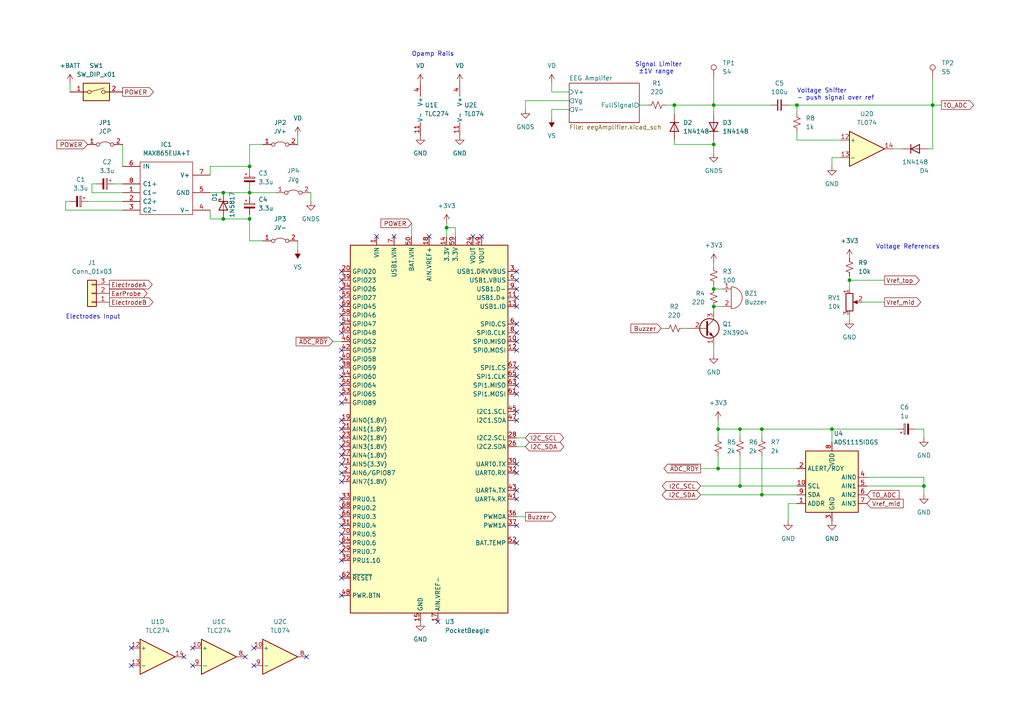
<source format=kicad_sch>
(kicad_sch (version 20211123) (generator eeschema)
  (paper "A4")
  (title_block (title "TrailNapAlarm") (date "2022-06-07") (rev "2"))
  (lib_symbols
    (symbol "Amplifier_Operational:TL074" (pin_names (offset 0.127))
      (property "Reference" "U" (at 0 5.08 0))
      (property "Value" "TL074" (at 0 -5.08 0))
      (symbol "TL074_1_1"
        (polyline (pts (xy -5.08 5.08) (xy 5.08 0) (xy -5.08 -5.08) (xy -5.08 5.08)) (stroke (width 0.254)) (fill (type background)))
        (pin output line (at 7.62 0 180) (length 2.54) (name "~") (number "1"))
        (pin input line (at -7.62 -2.54 0) (length 2.54) (name "-") (number "2"))
        (pin input line (at -7.62 2.54 0) (length 2.54) (name "+") (number "3"))
      )
      (symbol "TL074_2_1"
        (polyline (pts (xy -5.08 5.08) (xy 5.08 0) (xy -5.08 -5.08) (xy -5.08 5.08)) (stroke (width 0.254)) (fill (type background)))
        (pin input line (at -7.62 2.54 0) (length 2.54) (name "+") (number "5"))
        (pin input line (at -7.62 -2.54 0) (length 2.54) (name "-") (number "6"))
        (pin output line (at 7.62 0 180) (length 2.54) (name "~") (number "7"))
      )
      (symbol "TL074_3_1"
        (polyline (pts (xy -5.08 5.08) (xy 5.08 0) (xy -5.08 -5.08) (xy -5.08 5.08)) (stroke (width 0.254)) (fill (type background)))
        (pin input line (at -7.62 2.54 0) (length 2.54) (name "+") (number "10"))
        (pin output line (at 7.62 0 180) (length 2.54) (name "~") (number "8"))
        (pin input line (at -7.62 -2.54 0) (length 2.54) (name "-") (number "9"))
      )
      (symbol "TL074_4_1"
        (polyline (pts (xy -5.08 5.08) (xy 5.08 0) (xy -5.08 -5.08) (xy -5.08 5.08)) (stroke (width 0.254)) (fill (type background)))
        (pin input line (at -7.62 2.54 0) (length 2.54) (name "+") (number "12"))
        (pin input line (at -7.62 -2.54 0) (length 2.54) (name "-") (number "13"))
        (pin output line (at 7.62 0 180) (length 2.54) (name "~") (number "14"))
      )
      (symbol "TL074_5_1"
        (pin power_in line (at -2.54 -7.62 90) (length 3.81) (name "V-") (number "11"))
        (pin power_in line (at -2.54 7.62 270) (length 3.81) (name "V+") (number "4"))
      )
    )
    (symbol "Amplifier_Operational:TLC274" (pin_names (offset 0.127))
      (property "Reference" "U" (at 0 5.08 0))
      (property "Value" "TLC274" (at 0 -5.08 0))
      (symbol "TLC274_1_1"
        (polyline (pts (xy -5.08 5.08) (xy 5.08 0) (xy -5.08 -5.08) (xy -5.08 5.08)) (stroke (width 0.254)) (fill (type background)))
        (pin output line (at 7.62 0 180) (length 2.54) (name "~") (number "1"))
        (pin input line (at -7.62 -2.54 0) (length 2.54) (name "-") (number "2"))
        (pin input line (at -7.62 2.54 0) (length 2.54) (name "+") (number "3"))
      )
      (symbol "TLC274_2_1"
        (polyline (pts (xy -5.08 5.08) (xy 5.08 0) (xy -5.08 -5.08) (xy -5.08 5.08)) (stroke (width 0.254)) (fill (type background)))
        (pin input line (at -7.62 2.54 0) (length 2.54) (name "+") (number "5"))
        (pin input line (at -7.62 -2.54 0) (length 2.54) (name "-") (number "6"))
        (pin output line (at 7.62 0 180) (length 2.54) (name "~") (number "7"))
      )
      (symbol "TLC274_3_1"
        (polyline (pts (xy -5.08 5.08) (xy 5.08 0) (xy -5.08 -5.08) (xy -5.08 5.08)) (stroke (width 0.254)) (fill (type background)))
        (pin input line (at -7.62 2.54 0) (length 2.54) (name "+") (number "10"))
        (pin output line (at 7.62 0 180) (length 2.54) (name "~") (number "8"))
        (pin input line (at -7.62 -2.54 0) (length 2.54) (name "-") (number "9"))
      )
      (symbol "TLC274_4_1"
        (polyline (pts (xy -5.08 5.08) (xy 5.08 0) (xy -5.08 -5.08) (xy -5.08 5.08)) (stroke (width 0.254)) (fill (type background)))
        (pin input line (at -7.62 2.54 0) (length 2.54) (name "+") (number "12"))
        (pin input line (at -7.62 -2.54 0) (length 2.54) (name "-") (number "13"))
        (pin output line (at 7.62 0 180) (length 2.54) (name "~") (number "14"))
      )
      (symbol "TLC274_5_1"
        (pin power_in line (at -2.54 -7.62 90) (length 3.81) (name "V-") (number "11"))
        (pin power_in line (at -2.54 7.62 270) (length 3.81) (name "V+") (number "4"))
      )
    )
    (symbol "Analog_ADC:ADS1115IDGS"
      (property "Reference" "U" (at 2.54 13.97 0))
      (property "Value" "ADS1115IDGS" (at 7.62 11.43 0))
      (symbol "ADS1115IDGS_0_1"
        (rectangle (start -7.62 10.16) (end 7.62 -7.62) (stroke (width 0.254)) (fill (type background)))
      )
      (symbol "ADS1115IDGS_1_1"
        (pin input line (at 10.16 -5.08 180) (length 2.54) (name "ADDR") (number "1"))
        (pin input line (at 10.16 0 180) (length 2.54) (name "SCL") (number "10"))
        (pin output line (at 10.16 5.08 180) (length 2.54) (name "ALERT/RDY") (number "2"))
        (pin power_in line (at 0 -10.16 90) (length 2.54) (name "GND") (number "3"))
        (pin input line (at -10.16 2.54 0) (length 2.54) (name "AIN0") (number "4"))
        (pin input line (at -10.16 0 0) (length 2.54) (name "AIN1") (number "5"))
        (pin input line (at -10.16 -2.54 0) (length 2.54) (name "AIN2") (number "6"))
        (pin input line (at -10.16 -5.08 0) (length 2.54) (name "AIN3") (number "7"))
        (pin power_in line (at 0 12.7 270) (length 2.54) (name "VDD") (number "8"))
        (pin bidirectional line (at 10.16 -2.54 180) (length 2.54) (name "SDA") (number "9"))
      )
    )
    (symbol "Connector:TestPoint" (pin_numbers hide) (pin_names (offset 0.762) hide)
      (property "Reference" "TP" (at 0 6.858 0))
      (property "Value" "TestPoint" (at 0 5.08 0))
      (symbol "TestPoint_0_1"
        (circle (center 0 3.302) (radius 0.762))
      )
      (symbol "TestPoint_1_1"
        (pin passive line (at 0 0 90) (length 2.54) (name "1") (number "1"))
      )
    )
    (symbol "Connector_Generic:Conn_01x03" (pin_names (offset 1.016) hide)
      (property "Reference" "J" (at 0 5.08 0))
      (property "Value" "Conn_01x03" (at 0 -5.08 0))
      (symbol "Conn_01x03_1_1"
        (rectangle (start -1.27 -2.413) (end 0 -2.667) (stroke (width 0.1524)))
        (rectangle (start -1.27 0.127) (end 0 -0.127) (stroke (width 0.1524)))
        (rectangle (start -1.27 2.667) (end 0 2.413) (stroke (width 0.1524)))
        (rectangle (start -1.27 3.81) (end 1.27 -3.81) (stroke (width 0.254)) (fill (type background)))
        (pin passive line (at -5.08 2.54 0) (length 3.81) (name "Pin_1") (number "1"))
        (pin passive line (at -5.08 0 0) (length 3.81) (name "Pin_2") (number "2"))
        (pin passive line (at -5.08 -2.54 0) (length 3.81) (name "Pin_3") (number "3"))
      )
    )
    (symbol "Device:Buzzer" (pin_names (offset 0.0254) hide)
      (property "Reference" "BZ" (at 3.81 1.27 0))
      (property "Value" "Buzzer" (at 3.81 -1.27 0))
      (symbol "Buzzer_0_1"
        (arc (start 0 -3.175) (mid 3.175 0) (end 0 3.175))
        (polyline (pts (xy -1.651 1.905) (xy -1.143 1.905)))
        (polyline (pts (xy -1.397 2.159) (xy -1.397 1.651)))
        (polyline (pts (xy 0 3.175) (xy 0 -3.175)))
      )
      (symbol "Buzzer_1_1"
        (pin passive line (at -2.54 2.54 0) (length 2.54) (name "-") (number "1"))
        (pin passive line (at -2.54 -2.54 0) (length 2.54) (name "+") (number "2"))
      )
    )
    (symbol "Device:C_Polarized_Small" (pin_numbers hide) (pin_names (offset 0.254) hide)
      (property "Reference" "C" (at 0.254 1.778 0))
      (property "Value" "C_Polarized_Small" (at 0.254 -2.032 0))
      (symbol "C_Polarized_Small_0_1"
        (rectangle (start -1.524 -0.3048) (end 1.524 -0.6858) (fill (type outline)))
        (rectangle (start -1.524 0.6858) (end 1.524 0.3048))
        (polyline (pts (xy -1.27 1.524) (xy -0.762 1.524)))
        (polyline (pts (xy -1.016 1.27) (xy -1.016 1.778)))
      )
      (symbol "C_Polarized_Small_1_1"
        (pin passive line (at 0 2.54 270) (length 1.8542) (name "~") (number "1"))
        (pin passive line (at 0 -2.54 90) (length 1.8542) (name "~") (number "2"))
      )
    )
    (symbol "Device:C_Small" (pin_numbers hide) (pin_names (offset 0.254) hide)
      (property "Reference" "C" (at 0.254 1.778 0))
      (property "Value" "C_Small" (at 0.254 -2.032 0))
      (symbol "C_Small_0_1"
        (polyline (pts (xy -1.524 -0.508) (xy 1.524 -0.508)) (stroke (width 0.3302)))
        (polyline (pts (xy -1.524 0.508) (xy 1.524 0.508)) (stroke (width 0.3048)))
      )
      (symbol "C_Small_1_1"
        (pin passive line (at 0 2.54 270) (length 2.032) (name "~") (number "1"))
        (pin passive line (at 0 -2.54 90) (length 2.032) (name "~") (number "2"))
      )
    )
    (symbol "Device:R_Potentiometer" (pin_names (offset 1.016) hide)
      (property "Reference" "RV" (at -4.445 0 90))
      (property "Value" "R_Potentiometer" (at -2.54 0 90))
      (symbol "R_Potentiometer_0_1"
        (polyline (pts (xy 2.54 0) (xy 1.524 0)))
        (polyline (pts (xy 1.143 0) (xy 2.286 0.508) (xy 2.286 -0.508) (xy 1.143 0)) (fill (type outline)))
        (rectangle (start 1.016 2.54) (end -1.016 -2.54) (stroke (width 0.254)))
      )
      (symbol "R_Potentiometer_1_1"
        (pin passive line (at 0 3.81 270) (length 1.27) (name "1") (number "1"))
        (pin passive line (at 3.81 0 180) (length 1.27) (name "2") (number "2"))
        (pin passive line (at 0 -3.81 90) (length 1.27) (name "3") (number "3"))
      )
    )
    (symbol "Device:R_Small_US" (pin_numbers hide) (pin_names (offset 0.254) hide)
      (property "Reference" "R" (at 0.762 0.508 0))
      (property "Value" "R_Small_US" (at 0.762 -1.016 0))
      (symbol "R_Small_US_1_1"
        (polyline (pts (xy 0 0) (xy 1.016 -0.381) (xy 0 -0.762) (xy -1.016 -1.143) (xy 0 -1.524)))
        (polyline (pts (xy 0 1.524) (xy 1.016 1.143) (xy 0 0.762) (xy -1.016 0.381) (xy 0 0)))
        (pin passive line (at 0 2.54 270) (length 1.016) (name "~") (number "1"))
        (pin passive line (at 0 -2.54 90) (length 1.016) (name "~") (number "2"))
      )
    )
    (symbol "Diode:1N4148" (pin_numbers hide) (pin_names (offset 1.016) hide)
      (property "Reference" "D" (at 0 2.54 0))
      (property "Value" "1N4148" (at 0 -2.54 0))
      (symbol "1N4148_0_1"
        (polyline (pts (xy -1.27 1.27) (xy -1.27 -1.27)) (stroke (width 0.254)))
        (polyline (pts (xy 1.27 0) (xy -1.27 0)))
        (polyline (pts (xy 1.27 1.27) (xy 1.27 -1.27) (xy -1.27 0) (xy 1.27 1.27)) (stroke (width 0.254)))
      )
      (symbol "1N4148_1_1"
        (pin passive line (at -3.81 0 0) (length 2.54) (name "K") (number "1"))
        (pin passive line (at 3.81 0 180) (length 2.54) (name "A") (number "2"))
      )
    )
    (symbol "Diode:1N5817" (pin_numbers hide) (pin_names (offset 1.016) hide)
      (property "Reference" "D" (at 0 2.54 0))
      (property "Value" "1N5817" (at 0 -2.54 0))
      (symbol "1N5817_0_1"
        (polyline (pts (xy 1.27 0) (xy -1.27 0)))
        (polyline (pts (xy 1.27 1.27) (xy 1.27 -1.27) (xy -1.27 0) (xy 1.27 1.27)) (stroke (width 0.254)))
        (polyline (pts (xy -1.905 0.635) (xy -1.905 1.27) (xy -1.27 1.27) (xy -1.27 -1.27) (xy -0.635 -1.27) (xy -0.635 -0.635)) (stroke (width 0.254)))
      )
      (symbol "1N5817_1_1"
        (pin passive line (at -3.81 0 0) (length 2.54) (name "K") (number "1"))
        (pin passive line (at 3.81 0 180) (length 2.54) (name "A") (number "2"))
      )
    )
    (symbol "Jumper:Jumper_2_Bridged" (pin_names (offset 0) hide)
      (property "Reference" "JP" (at 0 1.905 0))
      (property "Value" "Jumper_2_Bridged" (at 0 -2.54 0))
      (symbol "Jumper_2_Bridged_0_0"
        (circle (center -2.032 0) (radius 0.508))
        (circle (center 2.032 0) (radius 0.508))
      )
      (symbol "Jumper_2_Bridged_0_1"
        (arc (start 1.524 0.254) (mid 0 0.762) (end -1.524 0.254))
      )
      (symbol "Jumper_2_Bridged_1_1"
        (pin passive line (at -5.08 0 0) (length 2.54) (name "A") (number "1"))
        (pin passive line (at 5.08 0 180) (length 2.54) (name "B") (number "2"))
      )
    )
    (symbol "MCU_Module:PocketBeagle"
      (property "Reference" "U" (at -22.86 -54.61 0))
      (property "Value" "PocketBeagle" (at 22.86 -54.61 0))
      (symbol "PocketBeagle_0_1"
        (rectangle (start -22.86 53.34) (end 22.86 -53.34) (stroke (width 0.254)) (fill (type background)))
      )
      (symbol "PocketBeagle_1_1"
        (pin power_in line (at -15.24 55.88 270) (length 2.54) (name "VIN") (number "1"))
        (pin bidirectional line (at 25.4 25.4 180) (length 2.54) (name "SPI0.MISO") (number "10"))
        (pin bidirectional line (at 25.4 38.1 180) (length 2.54) (name "USB1.D+") (number "11"))
        (pin bidirectional line (at 25.4 22.86 180) (length 2.54) (name "SPI0.MOSI") (number "12"))
        (pin input line (at 25.4 35.56 180) (length 2.54) (name "USB1.ID") (number "13"))
        (pin power_out line (at 5.08 55.88 270) (length 2.54) (name "3.3V") (number "14"))
        (pin power_in line (at -2.54 -55.88 90) (length 2.54) (name "GND") (number "15"))
        (pin passive line (at -2.54 -55.88 90) (length 2.54) hide (name "GND") (number "16"))
        (pin power_in line (at 2.54 -55.88 90) (length 2.54) (name "AIN.VREF-") (number "17"))
        (pin power_in line (at 0 55.88 270) (length 2.54) (name "AIN.VREF+") (number "18"))
        (pin input line (at -25.4 2.54 0) (length 2.54) (name "AIN0(1.8V)") (number "19"))
        (pin bidirectional line (at -25.4 -12.7 0) (length 2.54) (name "AIN6/GPIO87") (number "2"))
        (pin bidirectional line (at -25.4 45.72 0) (length 2.54) (name "GPIO20") (number "20"))
        (pin input line (at -25.4 0 0) (length 2.54) (name "AIN1(1.8V)") (number "21"))
        (pin passive line (at -2.54 -55.88 90) (length 2.54) hide (name "GND") (number "22"))
        (pin input line (at -25.4 -2.54 0) (length 2.54) (name "AIN2(1.8V)") (number "23"))
        (pin power_out line (at 12.7 55.88 270) (length 2.54) (name "VOUT") (number "24"))
        (pin input line (at -25.4 -5.08 0) (length 2.54) (name "AIN3(1.8V)") (number "25"))
        (pin bidirectional line (at 25.4 -5.08 180) (length 2.54) (name "I2C2.SDA") (number "26"))
        (pin input line (at -25.4 -7.62 0) (length 2.54) (name "AIN4(1.8V)") (number "27"))
        (pin bidirectional line (at 25.4 -2.54 180) (length 2.54) (name "I2C2.SCL") (number "28"))
        (pin bidirectional line (at -25.4 -35.56 0) (length 2.54) (name "PRU0.7") (number "29"))
        (pin output line (at 25.4 45.72 180) (length 2.54) (name "USB1.DRVVBUS") (number "3"))
        (pin bidirectional line (at 25.4 -10.16 180) (length 2.54) (name "UART0.TX") (number "30"))
        (pin bidirectional line (at -25.4 -27.94 0) (length 2.54) (name "PRU0.4") (number "31"))
        (pin bidirectional line (at 25.4 -12.7 180) (length 2.54) (name "UART0.RX") (number "32"))
        (pin bidirectional line (at -25.4 -20.32 0) (length 2.54) (name "PRU0.1") (number "33"))
        (pin bidirectional line (at -25.4 40.64 0) (length 2.54) (name "GPIO26") (number "34"))
        (pin bidirectional line (at -25.4 -38.1 0) (length 2.54) (name "PRU1.10") (number "35"))
        (pin bidirectional line (at 25.4 -25.4 180) (length 2.54) (name "PWM0A") (number "36"))
        (pin bidirectional line (at 25.4 -27.94 180) (length 2.54) (name "PWM1A") (number "37"))
        (pin bidirectional line (at -25.4 17.78 0) (length 2.54) (name "GPIO59") (number "38"))
        (pin bidirectional line (at -25.4 43.18 0) (length 2.54) (name "GPIO23") (number "39"))
        (pin bidirectional line (at -25.4 7.62 0) (length 2.54) (name "GPIO89") (number "4"))
        (pin bidirectional line (at -25.4 20.32 0) (length 2.54) (name "GPIO58") (number "40"))
        (pin bidirectional line (at 25.4 -20.32 180) (length 2.54) (name "UART4.RX") (number "41"))
        (pin bidirectional line (at -25.4 22.86 0) (length 2.54) (name "GPIO57") (number "42"))
        (pin bidirectional line (at 25.4 -17.78 180) (length 2.54) (name "UART4.TX") (number "43"))
        (pin bidirectional line (at -25.4 15.24 0) (length 2.54) (name "GPIO60") (number "44"))
        (pin bidirectional line (at 25.4 5.08 180) (length 2.54) (name "I2C1.SCL") (number "45"))
        (pin bidirectional line (at -25.4 25.4 0) (length 2.54) (name "GPIO52") (number "46"))
        (pin bidirectional line (at 25.4 2.54 180) (length 2.54) (name "I2C1.SDA") (number "47"))
        (pin input line (at -25.4 -48.26 0) (length 2.54) (name "PWR.BTN") (number "48"))
        (pin power_out line (at 15.24 55.88 270) (length 2.54) (name "VOUT") (number "49"))
        (pin input line (at 25.4 43.18 180) (length 2.54) (name "USB1.VBUS") (number "5"))
        (pin power_in line (at -5.08 55.88 270) (length 2.54) (name "BAT.VIN") (number "50"))
        (pin passive line (at -2.54 -55.88 90) (length 2.54) hide (name "GND") (number "51"))
        (pin passive line (at 25.4 -33.02 180) (length 2.54) (name "BAT.TEMP") (number "52"))
        (pin bidirectional line (at -25.4 10.16 0) (length 2.54) (name "GPIO65") (number "53"))
        (pin bidirectional line (at -25.4 30.48 0) (length 2.54) (name "GPIO47") (number "54"))
        (pin bidirectional line (at -25.4 38.1 0) (length 2.54) (name "GPIO27") (number "55"))
        (pin bidirectional line (at -25.4 12.7 0) (length 2.54) (name "GPIO64") (number "56"))
        (pin passive line (at -2.54 -55.88 90) (length 2.54) hide (name "GND") (number "57"))
        (pin bidirectional line (at -25.4 33.02 0) (length 2.54) (name "GPIO46") (number "58"))
        (pin power_out line (at 7.62 55.88 270) (length 2.54) (name "3.3V") (number "59"))
        (pin bidirectional line (at 25.4 30.48 180) (length 2.54) (name "SPI0.CS") (number "6"))
        (pin bidirectional line (at -25.4 27.94 0) (length 2.54) (name "GPIO48") (number "60"))
        (pin bidirectional line (at 25.4 10.16 180) (length 2.54) (name "SPI1.MOSI") (number "61"))
        (pin input line (at -25.4 -43.18 0) (length 2.54) (name "~{RESET}") (number "62"))
        (pin bidirectional line (at 25.4 12.7 180) (length 2.54) (name "SPI1.MISO") (number "63"))
        (pin bidirectional line (at -25.4 -33.02 0) (length 2.54) (name "PRU0.6") (number "64"))
        (pin bidirectional line (at 25.4 15.24 180) (length 2.54) (name "SPI1.CLK") (number "65"))
        (pin bidirectional line (at -25.4 -25.4 0) (length 2.54) (name "PRU0.3") (number "66"))
        (pin bidirectional line (at 25.4 17.78 180) (length 2.54) (name "SPI1.CS") (number "67"))
        (pin bidirectional line (at -25.4 -22.86 0) (length 2.54) (name "PRU0.2") (number "68"))
        (pin bidirectional line (at -25.4 35.56 0) (length 2.54) (name "GPIO45") (number "69"))
        (pin power_in line (at -10.16 55.88 270) (length 2.54) (name "USB1.VIN") (number "7"))
        (pin bidirectional line (at -25.4 -30.48 0) (length 2.54) (name "PRU0.5") (number "70"))
        (pin input line (at -25.4 -10.16 0) (length 2.54) (name "AIN5(3.3V)") (number "71"))
        (pin input line (at -25.4 -15.24 0) (length 2.54) (name "AIN7(1.8V)") (number "72"))
        (pin bidirectional line (at 25.4 27.94 180) (length 2.54) (name "SPI0.CLK") (number "8"))
        (pin bidirectional line (at 25.4 40.64 180) (length 2.54) (name "USB1.D-") (number "9"))
      )
    )
    (symbol "SamacSys:MAX865EUA+T" (pin_names (offset 0.762))
      (property "Reference" "IC?" (at 12.7 7.62 0))
      (property "Value" "MAX865EUA+T" (at 12.7 5.08 0))
      (symbol "MAX865EUA+T_0_0"
        (pin passive line (at 0 -6.35 0) (length 5.08) (name "C1-") (number "1"))
        (pin passive line (at 0 -8.89 0) (length 5.08) (name "C2+") (number "2"))
        (pin passive line (at 0 -11.43 0) (length 5.08) (name "C2-") (number "3"))
        (pin passive line (at 25.4 -11.43 180) (length 5.08) (name "V-") (number "4"))
        (pin passive line (at 25.4 -6.35 180) (length 5.08) (name "GND") (number "5"))
        (pin passive line (at 0 1.27 0) (length 5.08) (name "IN") (number "6"))
        (pin passive line (at 25.4 -1.27 180) (length 5.08) (name "V+") (number "7"))
        (pin passive line (at 0 -3.81 0) (length 5.08) (name "C1+") (number "8"))
      )
      (symbol "MAX865EUA+T_0_1"
        (polyline (pts (xy 5.08 2.54) (xy 20.32 2.54) (xy 20.32 -12.7) (xy 5.08 -12.7) (xy 5.08 2.54)) (stroke (width 0.1524)))
      )
    )
    (symbol "Switch:SW_DIP_x01" (pin_names (offset 0) hide)
      (property "Reference" "SW" (at 0 3.81 0))
      (property "Value" "SW_DIP_x01" (at 0 -3.81 0))
      (symbol "SW_DIP_x01_0_0"
        (circle (center -2.032 0) (radius 0.508))
        (polyline (pts (xy -1.524 0.127) (xy 2.3622 1.1684)))
        (circle (center 2.032 0) (radius 0.508))
      )
      (symbol "SW_DIP_x01_0_1"
        (rectangle (start -3.81 2.54) (end 3.81 -2.54) (stroke (width 0.254)) (fill (type background)))
      )
      (symbol "SW_DIP_x01_1_1"
        (pin passive line (at -7.62 0 0) (length 5.08) (name "~") (number "1"))
        (pin passive line (at 7.62 0 180) (length 5.08) (name "~") (number "2"))
      )
    )
    (symbol "Transistor_BJT:2N3904" (pin_names (offset 0) hide)
      (property "Reference" "Q" (at 5.08 1.905 0))
      (property "Value" "2N3904" (at 5.08 0 0))
      (symbol "2N3904_0_1"
        (polyline (pts (xy 0.635 0.635) (xy 2.54 2.54)))
        (polyline (pts (xy 0.635 -0.635) (xy 2.54 -2.54) (xy 2.54 -2.54)))
        (polyline (pts (xy 0.635 1.905) (xy 0.635 -1.905) (xy 0.635 -1.905)) (stroke (width 0.508)))
        (polyline (pts (xy 1.27 -1.778) (xy 1.778 -1.27) (xy 2.286 -2.286) (xy 1.27 -1.778) (xy 1.27 -1.778)) (fill (type outline)))
        (circle (center 1.27 0) (radius 2.8194) (stroke (width 0.254)))
      )
      (symbol "2N3904_1_1"
        (pin passive line (at 2.54 -5.08 90) (length 2.54) (name "E") (number "1"))
        (pin passive line (at -5.08 0 0) (length 5.715) (name "B") (number "2"))
        (pin passive line (at 2.54 5.08 270) (length 2.54) (name "C") (number "3"))
      )
    )
    (symbol "power:+3V3" (power) (pin_names (offset 0))
      (property "Value" "+3V3" (at 0 3.556 0))
      (symbol "+3V3_0_1"
        (polyline (pts (xy -0.762 1.27) (xy 0 2.54)))
        (polyline (pts (xy 0 0) (xy 0 2.54)))
        (polyline (pts (xy 0 2.54) (xy 0.762 1.27)))
      )
      (symbol "+3V3_1_1"
        (pin power_in line (at 0 0 90) (length 0) hide (name "+3V3") (number "1"))
      )
    )
    (symbol "power:+BATT" (power) (pin_names (offset 0))
      (property "Value" "+BATT" (at 0 3.556 0))
      (symbol "+BATT_0_1"
        (polyline (pts (xy -0.762 1.27) (xy 0 2.54)))
        (polyline (pts (xy 0 0) (xy 0 2.54)))
        (polyline (pts (xy 0 2.54) (xy 0.762 1.27)))
      )
      (symbol "+BATT_1_1"
        (pin power_in line (at 0 0 90) (length 0) hide (name "+BATT") (number "1"))
      )
    )
    (symbol "power:GND" (power) (pin_names (offset 0))
      (property "Value" "GND" (at 0 -3.81 0))
      (symbol "GND_0_1"
        (polyline (pts (xy 0 0) (xy 0 -1.27) (xy 1.27 -1.27) (xy 0 -2.54) (xy -1.27 -1.27) (xy 0 -1.27)))
      )
      (symbol "GND_1_1"
        (pin power_in line (at 0 0 270) (length 0) hide (name "GND") (number "1"))
      )
    )
    (symbol "power:GNDS" (power) (pin_names (offset 0))
      (property "Value" "GNDS" (at 0 -3.81 0))
      (symbol "GNDS_0_1"
        (polyline (pts (xy 0 0) (xy 0 -1.27) (xy 1.27 -1.27) (xy 0 -2.54) (xy -1.27 -1.27) (xy 0 -1.27)))
      )
      (symbol "GNDS_1_1"
        (pin power_in line (at 0 0 270) (length 0) hide (name "GNDS") (number "1"))
      )
    )
    (symbol "power:VD" (power) (pin_names (offset 0))
      (property "Value" "VD" (at 0 3.81 0))
      (symbol "VD_0_1"
        (polyline (pts (xy -0.762 1.27) (xy 0 2.54)))
        (polyline (pts (xy 0 0) (xy 0 2.54)))
        (polyline (pts (xy 0 2.54) (xy 0.762 1.27)))
      )
      (symbol "VD_1_1"
        (pin power_in line (at 0 0 90) (length 0) hide (name "VD") (number "1"))
      )
    )
    (symbol "power:VS" (power) (pin_names (offset 0))
      (property "Value" "VS" (at 0 3.81 0))
      (symbol "VS_0_1"
        (polyline (pts (xy 0 0) (xy 0 2.54)))
        (polyline (pts (xy 0.762 1.27) (xy -0.762 1.27) (xy 0 2.54) (xy 0.762 1.27)) (fill (type outline)))
      )
      (symbol "VS_1_1"
        (pin power_in line (at 0 0 90) (length 0) hide (name "VS") (number "1"))
      )
    )
  )
  (junction (at 207.01 41.91))
  (junction (at 241.3 124.46))
  (junction (at 231.14 30.48))
  (junction (at 214.63 124.46))
  (junction (at 214.63 140.97))
  (junction (at 195.58 30.48))
  (junction (at 220.98 124.46))
  (junction (at 246.38 81.28))
  (junction (at 207.01 30.48))
  (junction (at 72.39 48.26))
  (junction (at 208.28 135.89))
  (junction (at 208.28 124.46))
  (junction (at 207.01 83.82))
  (junction (at 270.51 30.48))
  (junction (at 72.39 63.5))
  (junction (at 220.98 143.51))
  (junction (at 267.97 140.97))
  (junction (at 64.77 63.5))
  (junction (at 129.54 66.04))
  (junction (at 64.77 55.88))
  (junction (at 207.01 88.9))
  (junction (at 72.39 55.88))
  (no_connect (at 99.06 116.84))
  (no_connect (at 99.06 88.9))
  (no_connect (at 149.86 96.52))
  (no_connect (at 99.06 93.98))
  (no_connect (at 149.86 81.28))
  (no_connect (at 99.06 101.6))
  (no_connect (at 99.06 104.14))
  (no_connect (at 149.86 152.4))
  (no_connect (at 109.22 68.58))
  (no_connect (at 99.06 91.44))
  (no_connect (at 99.06 111.76))
  (no_connect (at 99.06 160.02))
  (no_connect (at 149.86 137.16))
  (no_connect (at 99.06 144.78))
  (no_connect (at 149.86 86.36))
  (no_connect (at 149.86 88.9))
  (no_connect (at 149.86 101.6))
  (no_connect (at 99.06 132.08))
  (no_connect (at 149.86 134.62))
  (no_connect (at 99.06 114.3))
  (no_connect (at 149.86 83.82))
  (no_connect (at 99.06 152.4))
  (no_connect (at 99.06 134.62))
  (no_connect (at 149.86 93.98))
  (no_connect (at 99.06 129.54))
  (no_connect (at 99.06 157.48))
  (no_connect (at 149.86 157.48))
  (no_connect (at 99.06 127))
  (no_connect (at 99.06 124.46))
  (no_connect (at 149.86 106.68))
  (no_connect (at 99.06 78.74))
  (no_connect (at 99.06 106.68))
  (no_connect (at 149.86 109.22))
  (no_connect (at 99.06 86.36))
  (no_connect (at 114.3 68.58))
  (no_connect (at 124.46 68.58))
  (no_connect (at 137.16 68.58))
  (no_connect (at 139.7 68.58))
  (no_connect (at 88.9 190.5))
  (no_connect (at 71.12 190.5))
  (no_connect (at 73.66 193.04))
  (no_connect (at 73.66 187.96))
  (no_connect (at 55.88 187.96))
  (no_connect (at 55.88 193.04))
  (no_connect (at 53.34 190.5))
  (no_connect (at 38.1 187.96))
  (no_connect (at 38.1 193.04))
  (no_connect (at 99.06 96.52))
  (no_connect (at 99.06 147.32))
  (no_connect (at 99.06 109.22))
  (no_connect (at 99.06 137.16))
  (no_connect (at 99.06 81.28))
  (no_connect (at 149.86 121.92))
  (no_connect (at 99.06 162.56))
  (no_connect (at 149.86 99.06))
  (no_connect (at 149.86 111.76))
  (no_connect (at 99.06 139.7))
  (no_connect (at 149.86 78.74))
  (no_connect (at 99.06 167.64))
  (no_connect (at 99.06 172.72))
  (no_connect (at 127 180.34))
  (no_connect (at 99.06 121.92))
  (no_connect (at 99.06 83.82))
  (no_connect (at 149.86 144.78))
  (no_connect (at 149.86 119.38))
  (no_connect (at 149.86 114.3))
  (no_connect (at 99.06 154.94))
  (no_connect (at 99.06 149.86))
  (no_connect (at 149.86 142.24))
  (wire (pts (xy 64.77 63.5) (xy 72.39 63.5)))
  (wire (pts (xy 208.28 121.92) (xy 208.28 124.46)))
  (wire (pts (xy 60.96 48.26) (xy 60.96 50.8)))
  (wire (pts (xy 220.98 143.51) (xy 231.14 143.51)))
  (wire (pts (xy 231.14 38.1) (xy 231.14 40.64)))
  (wire (pts (xy 207.01 88.9) (xy 209.55 88.9)))
  (wire (pts (xy 207.01 100.33) (xy 207.01 102.87)))
  (wire (pts (xy 195.58 30.48) (xy 195.58 33.02)))
  (wire (pts (xy 231.14 30.48) (xy 231.14 33.02)))
  (wire (pts (xy 220.98 132.08) (xy 220.98 143.51)))
  (wire (pts (xy 72.39 69.85) (xy 72.39 63.5)))
  (wire (pts (xy 86.36 69.85) (xy 86.36 72.39)))
  (wire (pts (xy 165.1 31.75) (xy 160.02 31.75)))
  (wire (pts (xy 152.4 149.86) (xy 149.86 149.86)))
  (wire (pts (xy 72.39 48.26) (xy 72.39 49.53)))
  (wire (pts (xy 246.38 80.01) (xy 246.38 81.28)))
  (wire (pts (xy 72.39 57.15) (xy 72.39 55.88)))
  (wire (pts (xy 265.43 124.46) (xy 267.97 124.46)))
  (wire (pts (xy 203.2 143.51) (xy 220.98 143.51)))
  (wire (pts (xy 195.58 41.91) (xy 207.01 41.91)))
  (wire (pts (xy 250.19 87.63) (xy 256.54 87.63)))
  (wire (pts (xy 270.51 22.86) (xy 270.51 30.48)))
  (wire (pts (xy 269.24 43.18) (xy 270.51 43.18)))
  (wire (pts (xy 60.96 63.5) (xy 60.96 60.96)))
  (wire (pts (xy 27.94 53.34) (xy 26.67 53.34)))
  (wire (pts (xy 152.4 129.54) (xy 149.86 129.54)))
  (wire (pts (xy 20.32 58.42) (xy 19.05 58.42)))
  (wire (pts (xy 132.08 66.04) (xy 129.54 66.04)))
  (wire (pts (xy 246.38 91.44) (xy 246.38 92.71)))
  (wire (pts (xy 76.2 69.85) (xy 72.39 69.85)))
  (wire (pts (xy 241.3 128.27) (xy 241.3 124.46)))
  (wire (pts (xy 241.3 124.46) (xy 220.98 124.46)))
  (wire (pts (xy 241.3 45.72) (xy 243.84 45.72)))
  (wire (pts (xy 129.54 64.77) (xy 129.54 66.04)))
  (wire (pts (xy 208.28 135.89) (xy 231.14 135.89)))
  (wire (pts (xy 207.01 30.48) (xy 223.52 30.48)))
  (wire (pts (xy 267.97 138.43) (xy 267.97 140.97)))
  (wire (pts (xy 208.28 132.08) (xy 208.28 135.89)))
  (wire (pts (xy 251.46 138.43) (xy 267.97 138.43)))
  (wire (pts (xy 60.96 63.5) (xy 64.77 63.5)))
  (wire (pts (xy 270.51 30.48) (xy 231.14 30.48)))
  (wire (pts (xy 19.05 60.96) (xy 35.56 60.96)))
  (wire (pts (xy 203.2 135.89) (xy 208.28 135.89)))
  (wire (pts (xy 72.39 63.5) (xy 72.39 62.23)))
  (wire (pts (xy 246.38 81.28) (xy 256.54 81.28)))
  (wire (pts (xy 241.3 45.72) (xy 241.3 48.26)))
  (wire (pts (xy 20.32 24.13) (xy 20.32 26.67)))
  (wire (pts (xy 267.97 140.97) (xy 267.97 143.51)))
  (wire (pts (xy 214.63 124.46) (xy 214.63 127)))
  (wire (pts (xy 207.01 76.2) (xy 207.01 77.47)))
  (wire (pts (xy 193.04 30.48) (xy 195.58 30.48)))
  (wire (pts (xy 228.6 146.05) (xy 228.6 151.13)))
  (wire (pts (xy 119.38 64.77) (xy 119.38 68.58)))
  (wire (pts (xy 270.51 30.48) (xy 273.05 30.48)))
  (wire (pts (xy 72.39 54.61) (xy 72.39 55.88)))
  (wire (pts (xy 33.02 53.34) (xy 35.56 53.34)))
  (wire (pts (xy 267.97 124.46) (xy 267.97 127)))
  (wire (pts (xy 96.52 99.06) (xy 99.06 99.06)))
  (wire (pts (xy 220.98 124.46) (xy 220.98 127)))
  (wire (pts (xy 270.51 43.18) (xy 270.51 30.48)))
  (wire (pts (xy 231.14 40.64) (xy 243.84 40.64)))
  (wire (pts (xy 26.67 53.34) (xy 26.67 55.88)))
  (wire (pts (xy 160.02 24.13) (xy 160.02 26.67)))
  (wire (pts (xy 19.05 58.42) (xy 19.05 60.96)))
  (wire (pts (xy 208.28 124.46) (xy 208.28 127)))
  (wire (pts (xy 207.01 82.55) (xy 207.01 83.82)))
  (wire (pts (xy 203.2 140.97) (xy 214.63 140.97)))
  (wire (pts (xy 35.56 41.91) (xy 35.56 48.26)))
  (wire (pts (xy 231.14 146.05) (xy 228.6 146.05)))
  (wire (pts (xy 26.67 55.88) (xy 35.56 55.88)))
  (wire (pts (xy 195.58 40.64) (xy 195.58 41.91)))
  (wire (pts (xy 165.1 29.21) (xy 152.4 29.21)))
  (wire (pts (xy 207.01 22.86) (xy 207.01 30.48)))
  (wire (pts (xy 152.4 127) (xy 149.86 127)))
  (wire (pts (xy 129.54 66.04) (xy 129.54 68.58)))
  (wire (pts (xy 214.63 140.97) (xy 231.14 140.97)))
  (wire (pts (xy 191.77 95.25) (xy 193.04 95.25)))
  (wire (pts (xy 72.39 41.91) (xy 72.39 48.26)))
  (wire (pts (xy 214.63 132.08) (xy 214.63 140.97)))
  (wire (pts (xy 72.39 55.88) (xy 80.01 55.88)))
  (wire (pts (xy 220.98 124.46) (xy 214.63 124.46)))
  (wire (pts (xy 132.08 68.58) (xy 132.08 66.04)))
  (wire (pts (xy 64.77 55.88) (xy 72.39 55.88)))
  (wire (pts (xy 198.12 95.25) (xy 199.39 95.25)))
  (wire (pts (xy 207.01 33.02) (xy 207.01 30.48)))
  (wire (pts (xy 60.96 55.88) (xy 64.77 55.88)))
  (wire (pts (xy 152.4 29.21) (xy 152.4 31.75)))
  (wire (pts (xy 90.17 58.42) (xy 90.17 55.88)))
  (wire (pts (xy 241.3 124.46) (xy 260.35 124.46)))
  (wire (pts (xy 207.01 88.9) (xy 207.01 90.17)))
  (wire (pts (xy 207.01 40.64) (xy 207.01 41.91)))
  (wire (pts (xy 207.01 83.82) (xy 209.55 83.82)))
  (wire (pts (xy 76.2 41.91) (xy 72.39 41.91)))
  (wire (pts (xy 160.02 26.67) (xy 165.1 26.67)))
  (wire (pts (xy 246.38 81.28) (xy 246.38 83.82)))
  (wire (pts (xy 207.01 30.48) (xy 195.58 30.48)))
  (wire (pts (xy 160.02 31.75) (xy 160.02 34.29)))
  (wire (pts (xy 259.08 43.18) (xy 261.62 43.18)))
  (wire (pts (xy 207.01 41.91) (xy 207.01 44.45)))
  (wire (pts (xy 60.96 48.26) (xy 72.39 48.26)))
  (wire (pts (xy 185.42 30.48) (xy 187.96 30.48)))
  (wire (pts (xy 25.4 58.42) (xy 35.56 58.42)))
  (wire (pts (xy 214.63 124.46) (xy 208.28 124.46)))
  (wire (pts (xy 251.46 140.97) (xy 267.97 140.97)))
  (wire (pts (xy 228.6 30.48) (xy 231.14 30.48)))
  (wire (pts (xy 86.36 39.37) (xy 86.36 41.91)))
  (text "Electrodes Input" (at 19.05 92.71 0) (effects (font (size 1.27 1.27)) (justify left bottom)))
  (text "Voltage References" (at 254 72.39 0) (effects (font (size 1.27 1.27)) (justify left bottom)))
  (text "Signal Limiter\n ±1V range" (at 184.15 21.59 0) (effects (font (size 1.27 1.27)) (justify left bottom)))
  (text "Voltage Shifter\n- push signal over ref" (at 231.14 29.21 0) (effects (font (size 1.27 1.27)) (justify left bottom)))
  (text "Opamp Rails" (at 119.38 16.51 0) (effects (font (size 1.27 1.27)) (justify left bottom)))
  (global_label "Vref_mid" (shape output) (at 256.54 87.63 0) (property "Intersheet References" "${INTERSHEET_REFS}" (effects hide)))
  (global_label "POWER" (shape input) (at 119.38 64.77 180) (property "Intersheet References" "${INTERSHEET_REFS}" (effects hide)))
  (global_label "I2C_SDA" (shape bidirectional) (at 152.4 129.54 0) (property "Intersheet References" "${INTERSHEET_REFS}" (effects hide)))
  (global_label "I2C_SCL" (shape bidirectional) (at 152.4 127 0) (property "Intersheet References" "${INTERSHEET_REFS}" (effects hide)))
  (global_label "~{ADC_RDY}" (shape input) (at 96.52 99.06 180) (property "Intersheet References" "${INTERSHEET_REFS}" (effects hide)))
  (global_label "Buzzer" (shape input) (at 191.77 95.25 180) (property "Intersheet References" "${INTERSHEET_REFS}" (effects hide)))
  (global_label "Vref_top" (shape output) (at 256.54 81.28 0) (property "Intersheet References" "${INTERSHEET_REFS}" (effects hide)))
  (global_label "POWER" (shape input) (at 25.4 41.91 180) (property "Intersheet References" "${INTERSHEET_REFS}" (effects hide)))
  (global_label "I2C_SDA" (shape bidirectional) (at 203.2 143.51 180) (property "Intersheet References" "${INTERSHEET_REFS}" (effects hide)))
  (global_label "I2C_SCL" (shape bidirectional) (at 203.2 140.97 180) (property "Intersheet References" "${INTERSHEET_REFS}" (effects hide)))
  (global_label "POWER" (shape output) (at 35.56 26.67 0) (property "Intersheet References" "${INTERSHEET_REFS}" (effects hide)))
  (global_label "Vref_mid" (shape input) (at 251.46 146.05 0) (property "Intersheet References" "${INTERSHEET_REFS}" (effects hide)))
  (global_label "TO_ADC" (shape input) (at 251.46 143.51 0) (property "Intersheet References" "${INTERSHEET_REFS}" (effects hide)))
  (global_label "TO_ADC" (shape output) (at 273.05 30.48 0) (property "Intersheet References" "${INTERSHEET_REFS}" (effects hide)))
  (global_label "ElectrodeB" (shape output) (at 31.75 87.63 0) (property "Intersheet References" "${INTERSHEET_REFS}" (effects hide)))
  (global_label "ElectrodeA" (shape output) (at 31.75 82.55 0) (property "Intersheet References" "${INTERSHEET_REFS}" (effects hide)))
  (global_label "~{ADC_RDY}" (shape output) (at 203.2 135.89 180) (property "Intersheet References" "${INTERSHEET_REFS}" (effects hide)))
  (global_label "Buzzer" (shape output) (at 152.4 149.86 0) (property "Intersheet References" "${INTERSHEET_REFS}" (effects hide)))
  (global_label "EarProbe" (shape output) (at 31.75 85.09 0) (property "Intersheet References" "${INTERSHEET_REFS}" (effects hide)))
  (symbol (lib_id "Connector:TestPoint") (at 207.01 22.86 0) (unit 1)
    (property "Reference" "TP1" (at 209.55 18.2879 0) (effects (justify left)))
    (property "Value" "S4" (at 209.55 20.8279 0) (effects (justify left)))
  )
  (symbol (lib_id "power:GND") (at 121.92 39.37 0) (unit 1)
    (property "Reference" "#PWR06" (effects hide))
    (property "Value" "GND" (at 121.92 44.45 0))
  )
  (symbol (lib_id "Device:R_Small_US") (at 208.28 129.54 0) (unit 1)
    (property "Reference" "R5" (at 210.82 128.2699 0) (effects (justify left)))
    (property "Value" "2k" (at 210.82 130.8099 0) (effects (justify left)))
  )
  (symbol (lib_id "Device:C_Small") (at 226.06 30.48 90) (unit 1)
    (property "Reference" "C5" (at 226.0663 24.13 90))
    (property "Value" "100u" (at 226.0663 26.67 90))
  )
  (symbol (lib_id "power:VD") (at 133.35 24.13 0) (unit 1)
    (property "Reference" "#PWR09" (effects hide))
    (property "Value" "VD" (at 133.35 19.05 0))
  )
  (symbol (lib_id "power:GND") (at 246.38 92.71 0) (unit 1)
    (property "Reference" "#PWR022" (effects hide))
    (property "Value" "GND" (at 246.38 97.79 0))
  )
  (symbol (lib_id "MCU_Module:PocketBeagle") (at 124.46 124.46 0) (unit 1)
    (property "Reference" "U3" (at 129.0194 180.34 0) (effects (justify left)))
    (property "Value" "PocketBeagle" (at 129.0194 182.88 0) (effects (justify left)))
    (property "Footprint" "Module:BeagleBoard_PocketBeagle" (effects hide))
    (property "Datasheet" "https://github.com/beagleboard/pocketbeagle/wiki/System-Reference-Manual" (effects hide))
  )
  (symbol (lib_id "Device:R_Small_US") (at 220.98 129.54 0) (unit 1)
    (property "Reference" "R7" (at 223.52 128.2699 0) (effects (justify left)))
    (property "Value" "2k" (at 223.52 130.8099 0) (effects (justify left)))
  )
  (symbol (lib_id "power:GND") (at 207.01 102.87 0) (unit 1)
    (property "Reference" "#PWR016" (effects hide))
    (property "Value" "GND" (at 207.01 107.95 0))
  )
  (symbol (lib_id "Device:R_Small_US") (at 207.01 80.01 0) (unit 1)
    (property "Reference" "R3" (at 209.55 78.7399 0) (effects (justify left)))
    (property "Value" "100" (at 209.55 81.2799 0) (effects (justify left)))
  )
  (symbol (lib_id "Analog_ADC:ADS1115IDGS") (at 241.3 140.97 0) (mirror y) (unit 1)
    (property "Reference" "U4" (at 241.8206 125.73 0) (effects (justify right)))
    (property "Value" "ADS1115IDGS" (at 241.8206 128.27 0) (effects (justify right)))
    (property "Footprint" "Package_SO:TSSOP-10_3x3mm_P0.5mm" (effects hide))
    (property "Datasheet" "http://www.ti.com/lit/ds/symlink/ads1113.pdf" (effects hide))
  )
  (symbol (lib_id "power:GNDS") (at 90.17 58.42 0) (unit 1)
    (property "Reference" "#PWR04" (effects hide))
    (property "Value" "GNDS" (at 90.17 63.5 0))
  )
  (symbol (lib_id "Device:C_Polarized_Small") (at 262.89 124.46 90) (unit 1)
    (property "Reference" "C6" (at 262.3439 118.11 90))
    (property "Value" "1u" (at 262.3439 120.65 90))
  )
  (symbol (lib_id "Device:R_Small_US") (at 231.14 35.56 0) (unit 1)
    (property "Reference" "R8" (at 233.68 34.2899 0) (effects (justify left)))
    (property "Value" "1k" (at 233.68 36.8299 0) (effects (justify left)))
  )
  (symbol (lib_id "Device:R_Small_US") (at 195.58 95.25 90) (unit 1)
    (property "Reference" "R2" (at 195.58 88.9 90))
    (property "Value" "220" (at 195.58 91.44 90))
  )
  (symbol (lib_id "Diode:1N4148") (at 207.01 36.83 90) (unit 1)
    (property "Reference" "D3" (at 209.55 35.5599 90) (effects (justify right)))
    (property "Value" "1N4148" (at 209.55 38.0999 90) (effects (justify right)))
    (property "Footprint" "Diode_THT:D_DO-35_SOD27_P7.62mm_Horizontal" (effects hide))
    (property "Datasheet" "https://assets.nexperia.com/documents/data-sheet/1N4148_1N4448.pdf" (effects hide))
  )
  (symbol (lib_id "Device:Buzzer") (at 212.09 86.36 0) (unit 1)
    (property "Reference" "BZ1" (at 215.9 85.0899 0) (effects (justify left)))
    (property "Value" "Buzzer" (at 215.9 87.6299 0) (effects (justify left)))
    (property "Footprint" "Buzzer_Beeper:Buzzer_12x9.5RM7.6" (effects hide))
  )
  (symbol (lib_id "Device:R_Small_US") (at 214.63 129.54 0) (unit 1)
    (property "Reference" "R6" (at 217.17 128.2699 0) (effects (justify left)))
    (property "Value" "2k" (at 217.17 130.8099 0) (effects (justify left)))
  )
  (symbol (lib_id "Amplifier_Operational:TL074") (at 251.46 43.18 0) (unit 4)
    (property "Reference" "U2" (at 251.46 33.02 0))
    (property "Value" "TL074" (at 251.46 35.56 0))
    (property "Datasheet" "http://www.ti.com/lit/ds/symlink/tl071.pdf" (effects hide))
  )
  (symbol (lib_id "Device:C_Polarized_Small") (at 72.39 59.69 0) (unit 1)
    (property "Reference" "C4" (at 74.93 57.8738 0) (effects (justify left)))
    (property "Value" "3.3u" (at 74.93 60.4138 0) (effects (justify left)))
  )
  (symbol (lib_id "power:+3V3") (at 129.54 64.77 0) (mirror y) (unit 1)
    (property "Reference" "#PWR08" (effects hide))
    (property "Value" "+3V3" (at 129.54 59.69 0))
  )
  (symbol (lib_id "Diode:1N4148") (at 195.58 36.83 270) (unit 1)
    (property "Reference" "D2" (at 198.12 35.5599 90) (effects (justify left)))
    (property "Value" "1N4148" (at 198.12 38.0999 90) (effects (justify left)))
    (property "Footprint" "Diode_THT:D_DO-35_SOD27_P7.62mm_Horizontal" (effects hide))
    (property "Datasheet" "https://assets.nexperia.com/documents/data-sheet/1N4148_1N4448.pdf" (effects hide))
  )
  (symbol (lib_id "power:GND") (at 241.3 151.13 0) (unit 1)
    (property "Reference" "#PWR020" (effects hide))
    (property "Value" "GND" (at 241.3 156.21 0))
  )
  (symbol (lib_id "Device:R_Small_US") (at 246.38 77.47 0) (unit 1)
    (property "Reference" "R9" (at 248.92 76.1999 0) (effects (justify left)))
    (property "Value" "10k" (at 248.92 78.7399 0) (effects (justify left)))
  )
  (symbol (lib_id "power:+3V3") (at 208.28 121.92 0) (unit 1)
    (property "Reference" "#PWR017" (effects hide))
    (property "Value" "+3V3" (at 208.28 116.84 0))
  )
  (symbol (lib_id "power:VS") (at 86.36 72.39 180) (unit 1)
    (property "Reference" "#PWR03" (effects hide))
    (property "Value" "VS" (at 86.36 77.47 0))
  )
  (symbol (lib_id "power:VS") (at 160.02 34.29 180) (unit 1)
    (property "Reference" "#PWR013" (effects hide))
    (property "Value" "VS" (at 160.02 39.37 0))
  )
  (symbol (lib_id "Jumper:Jumper_2_Bridged") (at 81.28 41.91 0) (unit 1)
    (property "Reference" "JP2" (at 81.28 35.56 0))
    (property "Value" "JV+" (at 81.28 38.1 0))
  )
  (symbol (lib_id "power:GND") (at 228.6 151.13 0) (unit 1)
    (property "Reference" "#PWR018" (effects hide))
    (property "Value" "GND" (at 228.6 156.21 0))
  )
  (symbol (lib_id "Transistor_BJT:2N3904") (at 204.47 95.25 0) (unit 1)
    (property "Reference" "Q1" (at 209.55 93.9799 0) (effects (justify left)))
    (property "Value" "2N3904" (at 209.55 96.5199 0) (effects (justify left)))
    (property "Footprint" "Package_TO_SOT_THT:TO-92_Inline" (effects hide))
    (property "Datasheet" "https://www.onsemi.com/pub/Collateral/2N3903-D.PDF" (effects hide))
  )
  (symbol (lib_id "SamacSys:MAX865EUA+T") (at 35.56 49.53 0) (unit 1)
    (property "Reference" "IC1" (at 48.26 41.91 0))
    (property "Value" "MAX865EUA+T" (at 48.26 44.45 0))
    (property "Footprint" "SOP65P490X111-8N" (effects hide))
    (property "Datasheet" "https://datasheets.maximintegrated.com/en/ds/MAX865.pdf" (effects hide))
    (property "Description" "MAXIM INTEGRATED PRODUCTS - MAX865EUA+T - CHARGE PUMP, 0.2A, 12V, UMAX-8" (effects hide))
    (property "Height" "1.11" (effects hide))
    (property "Mouser Part Number" "700-MAX865EUAT" (effects hide))
    (property "Mouser Price/Stock" "https://www.mouser.co.uk/ProductDetail/Maxim-Integrated/MAX865EUA%2bT?qs=Mqkh4jHMT8xEsd1bQuTQ0g%3D%3D" (effects hide))
    (property "Manufacturer_Name" "Maxim Integrated" (effects hide))
    (property "Manufacturer_Part_Number" "MAX865EUA+T" (effects hide))
  )
  (symbol (lib_id "Device:R_Small_US") (at 207.01 86.36 0) (mirror x) (unit 1)
    (property "Reference" "R4" (at 204.47 85.0899 0) (effects (justify right)))
    (property "Value" "220" (at 204.47 87.6299 0) (effects (justify right)))
  )
  (symbol (lib_id "power:VD") (at 160.02 24.13 0) (unit 1)
    (property "Reference" "#PWR012" (effects hide))
    (property "Value" "VD" (at 160.02 19.05 0))
  )
  (symbol (lib_id "Amplifier_Operational:TL074") (at 135.89 31.75 0) (unit 5)
    (property "Reference" "U2" (at 134.62 30.4799 0) (effects (justify left)))
    (property "Value" "TL074" (at 134.62 33.0199 0) (effects (justify left)))
    (property "Datasheet" "http://www.ti.com/lit/ds/symlink/tl071.pdf" (effects hide))
  )
  (symbol (lib_id "Diode:1N4148") (at 265.43 43.18 0) (unit 1)
    (property "Reference" "D4" (at 266.7 49.53 0) (effects (justify left)))
    (property "Value" "1N4148" (at 261.62 46.99 0) (effects (justify left)))
    (property "Footprint" "Diode_THT:D_DO-35_SOD27_P7.62mm_Horizontal" (effects hide))
    (property "Datasheet" "https://assets.nexperia.com/documents/data-sheet/1N4148_1N4448.pdf" (effects hide))
  )
  (symbol (lib_id "Jumper:Jumper_2_Bridged") (at 30.48 41.91 0) (unit 1)
    (property "Reference" "JP1" (at 30.48 35.56 0))
    (property "Value" "JCP" (at 30.48 38.1 0))
  )
  (symbol (lib_id "power:VD") (at 86.36 39.37 0) (unit 1)
    (property "Reference" "#PWR02" (effects hide))
    (property "Value" "VD" (at 86.36 34.29 0))
  )
  (symbol (lib_id "Amplifier_Operational:TLC274") (at 45.72 190.5 0) (unit 4)
    (property "Reference" "U1" (at 45.72 180.34 0))
    (property "Value" "TLC274" (at 45.72 182.88 0))
    (property "Datasheet" "http://www.ti.com/lit/ds/symlink/tlc274.pdf" (effects hide))
  )
  (symbol (lib_id "power:GND") (at 267.97 127 0) (unit 1)
    (property "Reference" "#PWR023" (effects hide))
    (property "Value" "GND" (at 267.97 132.08 0))
  )
  (symbol (lib_id "Jumper:Jumper_2_Bridged") (at 85.09 55.88 0) (unit 1)
    (property "Reference" "JP4" (at 85.09 49.53 0))
    (property "Value" "JVg" (at 85.09 52.07 0))
  )
  (symbol (lib_id "Switch:SW_DIP_x01") (at 27.94 26.67 0) (unit 1)
    (property "Reference" "SW1" (at 27.94 19.05 0))
    (property "Value" "SW_DIP_x01" (at 27.94 21.59 0))
    (property "Footprint" "Button_Switch_THT:SW_CuK_JS202011AQN_DPDT_Angled" (effects hide))
  )
  (symbol (lib_id "Amplifier_Operational:TLC274") (at 63.5 190.5 0) (unit 3)
    (property "Reference" "U1" (at 63.5 180.34 0))
    (property "Value" "TLC274" (at 63.5 182.88 0))
    (property "Datasheet" "http://www.ti.com/lit/ds/symlink/tlc274.pdf" (effects hide))
  )
  (symbol (lib_id "Device:C_Polarized_Small") (at 72.39 52.07 0) (unit 1)
    (property "Reference" "C3" (at 74.93 50.2538 0) (effects (justify left)))
    (property "Value" "3.3u" (at 74.93 52.7938 0) (effects (justify left)))
  )
  (symbol (lib_id "power:GND") (at 267.97 143.51 0) (unit 1)
    (property "Reference" "#PWR024" (effects hide))
    (property "Value" "GND" (at 267.97 148.59 0))
  )
  (symbol (lib_id "power:GNDS") (at 152.4 31.75 0) (unit 1)
    (property "Reference" "#PWR011" (effects hide))
    (property "Value" "GNDS" (at 152.4 36.83 0))
  )
  (symbol (lib_id "power:+3V3") (at 246.38 74.93 0) (unit 1)
    (property "Reference" "#PWR021" (effects hide))
    (property "Value" "+3V3" (at 246.38 69.85 0))
  )
  (symbol (lib_id "Diode:1N5817") (at 64.77 59.69 90) (mirror x) (unit 1)
    (property "Reference" "D1" (at 62.23 57.15 0))
    (property "Value" "1N5817" (at 67.31 59.3725 0))
    (property "Footprint" "Diode_THT:D_DO-41_SOD81_P10.16mm_Horizontal" (effects hide))
    (property "Datasheet" "http://www.vishay.com/docs/88525/1n5817.pdf" (effects hide))
  )
  (symbol (lib_id "Device:C_Polarized_Small") (at 30.48 53.34 270) (unit 1)
    (property "Reference" "C2" (at 31.0261 46.99 90))
    (property "Value" "3.3u" (at 31.0261 49.53 90))
  )
  (symbol (lib_id "power:VD") (at 121.92 24.13 0) (unit 1)
    (property "Reference" "#PWR05" (effects hide))
    (property "Value" "VD" (at 121.92 19.05 0))
  )
  (symbol (lib_id "Device:R_Small_US") (at 190.5 30.48 90) (unit 1)
    (property "Reference" "R1" (at 190.5 24.13 90))
    (property "Value" "220" (at 190.5 26.67 90))
  )
  (symbol (lib_id "Connector:TestPoint") (at 270.51 22.86 0) (unit 1)
    (property "Reference" "TP2" (at 273.05 18.2879 0) (effects (justify left)))
    (property "Value" "S5" (at 273.05 20.8279 0) (effects (justify left)))
  )
  (symbol (lib_id "power:GND") (at 241.3 48.26 0) (unit 1)
    (property "Reference" "#PWR019" (effects hide))
    (property "Value" "GND" (at 241.3 53.34 0))
  )
  (symbol (lib_id "Connector_Generic:Conn_01x03") (at 26.67 85.09 180) (unit 1)
    (property "Reference" "J1" (at 26.67 76.2 0))
    (property "Value" "Conn_01x03" (at 26.67 78.74 0))
    (property "Footprint" "Connector_PinHeader_2.54mm:PinHeader_1x03_P2.54mm_Horizontal" (effects hide))
  )
  (symbol (lib_id "power:GNDS") (at 207.01 44.45 0) (unit 1)
    (property "Reference" "#PWR014" (effects hide))
    (property "Value" "GNDS" (at 207.01 49.53 0))
  )
  (symbol (lib_id "power:GND") (at 133.35 39.37 0) (unit 1)
    (property "Reference" "#PWR010" (effects hide))
    (property "Value" "GND" (at 133.35 44.45 0))
  )
  (symbol (lib_id "Jumper:Jumper_2_Bridged") (at 81.28 69.85 0) (unit 1)
    (property "Reference" "JP3" (at 81.28 63.5 0))
    (property "Value" "JV-" (at 81.28 66.04 0))
  )
  (symbol (lib_id "power:+3V3") (at 207.01 76.2 0) (unit 1)
    (property "Reference" "#PWR015" (effects hide))
    (property "Value" "+3V3" (at 207.01 71.12 0))
  )
  (symbol (lib_id "Amplifier_Operational:TLC274") (at 124.46 31.75 0) (unit 5)
    (property "Reference" "U1" (at 123.19 30.4799 0) (effects (justify left)))
    (property "Value" "TLC274" (at 123.19 33.0199 0) (effects (justify left)))
    (property "Datasheet" "http://www.ti.com/lit/ds/symlink/tlc274.pdf" (effects hide))
  )
  (symbol (lib_id "power:+BATT") (at 20.32 24.13 0) (unit 1)
    (property "Reference" "#PWR01" (effects hide))
    (property "Value" "+BATT" (at 20.32 19.05 0))
  )
  (symbol (lib_id "Amplifier_Operational:TL074") (at 81.28 190.5 0) (unit 3)
    (property "Reference" "U2" (at 81.28 180.34 0))
    (property "Value" "TL074" (at 81.28 182.88 0))
    (property "Datasheet" "http://www.ti.com/lit/ds/symlink/tl071.pdf" (effects hide))
  )
  (symbol (lib_id "Device:R_Potentiometer") (at 246.38 87.63 0) (unit 1)
    (property "Reference" "RV1" (at 243.84 86.3599 0) (effects (justify right)))
    (property "Value" "10k" (at 243.84 88.8999 0) (effects (justify right)))
    (property "Footprint" "Potentiometer_THT:Potentiometer_Bourns_3266Y_Vertical" (effects hide))
  )
  (symbol (lib_id "power:GND") (at 121.92 180.34 0) (unit 1)
    (property "Reference" "#PWR07" (effects hide))
    (property "Value" "GND" (at 121.92 185.42 0))
  )
  (symbol (lib_id "Device:C_Polarized_Small") (at 22.86 58.42 270) (unit 1)
    (property "Reference" "C1" (at 23.4061 52.07 90))
    (property "Value" "3.3u" (at 23.4061 54.61 90))
  )
  (sheet (at 165.1 24.13) (size 20.32 11.43) (stroke (width 0.1524))
    (property "Sheet name" "EEG Amplifer" (at 165.1 23.4184 0) (effects (justify left bottom)))
    (property "Sheet file" "eegAmplifier.kicad_sch" (at 165.1 36.1446 0) (effects (justify left top)))
    (pin "FullSignal" output (at 185.42 30.48 0))
    (pin "V+" input (at 165.1 26.67 180))
    (pin "V-" output (at 165.1 31.75 180))
    (pin "Vg" output (at 165.1 29.21 180))
  )
)
</source>
